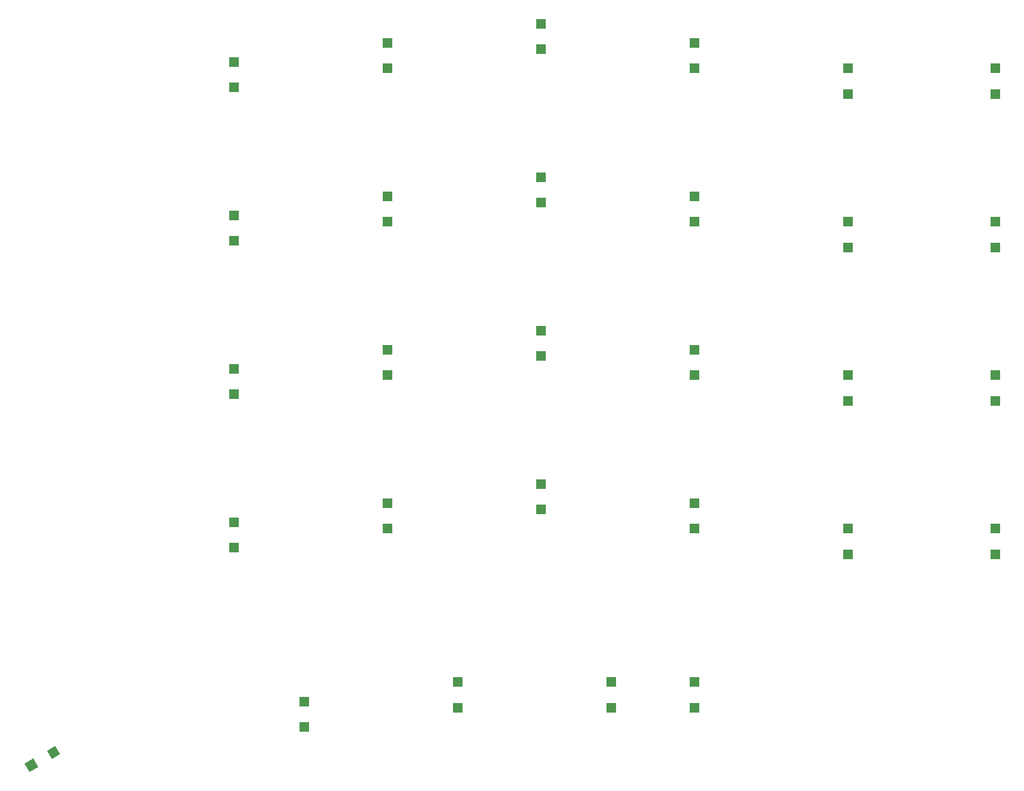
<source format=gbr>
%TF.GenerationSoftware,KiCad,Pcbnew,(5.1.9-0-10_14)*%
%TF.CreationDate,2021-04-19T01:18:51-05:00*%
%TF.ProjectId,wren-right,7772656e-2d72-4696-9768-742e6b696361,rev?*%
%TF.SameCoordinates,Original*%
%TF.FileFunction,Paste,Bot*%
%TF.FilePolarity,Positive*%
%FSLAX46Y46*%
G04 Gerber Fmt 4.6, Leading zero omitted, Abs format (unit mm)*
G04 Created by KiCad (PCBNEW (5.1.9-0-10_14)) date 2021-04-19 01:18:51*
%MOMM*%
%LPD*%
G01*
G04 APERTURE LIST*
%ADD10R,1.200000X1.200000*%
%ADD11C,0.100000*%
G04 APERTURE END LIST*
D10*
%TO.C,D45*%
X192087500Y-141275000D03*
X192087500Y-138125000D03*
%TD*%
%TO.C,D44*%
X181768750Y-141275000D03*
X181768750Y-138125000D03*
%TD*%
%TO.C,D43*%
X162718750Y-141275000D03*
X162718750Y-138125000D03*
%TD*%
%TO.C,D42*%
X143672250Y-143656250D03*
X143672250Y-140506250D03*
%TD*%
D11*
%TO.C,D41*%
G36*
X109555145Y-149244615D02*
G01*
X108955145Y-148205385D01*
X109994375Y-147605385D01*
X110594375Y-148644615D01*
X109555145Y-149244615D01*
G37*
G36*
X112283125Y-147669615D02*
G01*
X111683125Y-146630385D01*
X112722355Y-146030385D01*
X113322355Y-147069615D01*
X112283125Y-147669615D01*
G37*
%TD*%
D10*
%TO.C,D36*%
X229370250Y-122225000D03*
X229370250Y-119075000D03*
%TD*%
%TO.C,D35*%
X211119750Y-122225000D03*
X211119750Y-119075000D03*
%TD*%
%TO.C,D34*%
X192075750Y-119050000D03*
X192075750Y-115900000D03*
%TD*%
%TO.C,D33*%
X173031750Y-116668750D03*
X173031750Y-113518750D03*
%TD*%
%TO.C,D32*%
X153987750Y-119050000D03*
X153987750Y-115900000D03*
%TD*%
%TO.C,D31*%
X134943750Y-121431250D03*
X134943750Y-118281250D03*
%TD*%
%TO.C,D26*%
X229370250Y-103175000D03*
X229370250Y-100025000D03*
%TD*%
%TO.C,D25*%
X211119750Y-103175000D03*
X211119750Y-100025000D03*
%TD*%
%TO.C,D24*%
X192075750Y-100000000D03*
X192075750Y-96850000D03*
%TD*%
%TO.C,D23*%
X173031750Y-97618750D03*
X173031750Y-94468750D03*
%TD*%
%TO.C,D22*%
X153987750Y-100000000D03*
X153987750Y-96850000D03*
%TD*%
%TO.C,D21*%
X134943750Y-102381250D03*
X134943750Y-99231250D03*
%TD*%
%TO.C,D16*%
X229370250Y-84125000D03*
X229370250Y-80975000D03*
%TD*%
%TO.C,D15*%
X211119750Y-84125000D03*
X211119750Y-80975000D03*
%TD*%
%TO.C,D14*%
X192075750Y-80950000D03*
X192075750Y-77800000D03*
%TD*%
%TO.C,D13*%
X173031750Y-78568750D03*
X173031750Y-75418750D03*
%TD*%
%TO.C,D12*%
X153987750Y-80950000D03*
X153987750Y-77800000D03*
%TD*%
%TO.C,D11*%
X134943750Y-83331250D03*
X134943750Y-80181250D03*
%TD*%
%TO.C,D6*%
X229370250Y-65075000D03*
X229370250Y-61925000D03*
%TD*%
%TO.C,D5*%
X211119750Y-65075000D03*
X211119750Y-61925000D03*
%TD*%
%TO.C,D4*%
X192075750Y-61900000D03*
X192075750Y-58750000D03*
%TD*%
%TO.C,D3*%
X173031750Y-59518750D03*
X173031750Y-56368750D03*
%TD*%
%TO.C,D2*%
X153987750Y-61900000D03*
X153987750Y-58750000D03*
%TD*%
%TO.C,D1*%
X134943750Y-64281250D03*
X134943750Y-61131250D03*
%TD*%
M02*

</source>
